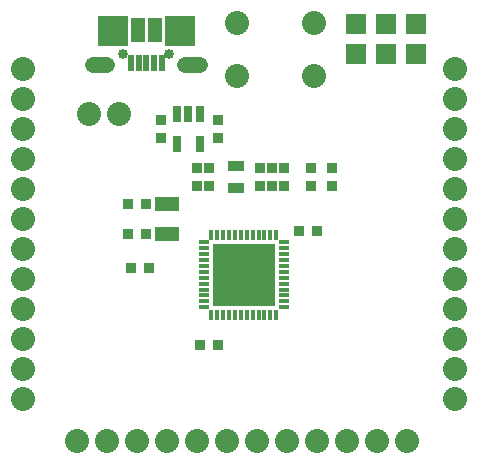
<source format=gts>
G75*
%MOIN*%
%OFA0B0*%
%FSLAX25Y25*%
%IPPOS*%
%LPD*%
%AMOC8*
5,1,8,0,0,1.08239X$1,22.5*
%
%ADD10R,0.03750X0.03750*%
%ADD11R,0.05324X0.03750*%
%ADD12R,0.20876X0.20876*%
%ADD13R,0.03356X0.01584*%
%ADD14R,0.01584X0.03356*%
%ADD15R,0.08080X0.04931*%
%ADD16R,0.02765X0.05324*%
%ADD17R,0.01969X0.05709*%
%ADD18R,0.04537X0.08474*%
%ADD19C,0.05324*%
%ADD20R,0.10443X0.10443*%
%ADD21C,0.03356*%
%ADD22C,0.08000*%
%ADD23R,0.06600X0.06600*%
D10*
X0080500Y0078500D03*
X0086500Y0078500D03*
X0063500Y0104000D03*
X0057500Y0104000D03*
X0056500Y0115500D03*
X0062500Y0115500D03*
X0062500Y0125500D03*
X0056500Y0125500D03*
X0067500Y0147500D03*
X0067500Y0153500D03*
X0079500Y0137500D03*
X0083500Y0137500D03*
X0083500Y0131500D03*
X0079500Y0131500D03*
X0086500Y0147500D03*
X0086500Y0153500D03*
X0100500Y0137500D03*
X0104500Y0137500D03*
X0108500Y0137500D03*
X0108500Y0131500D03*
X0104500Y0131500D03*
X0100500Y0131500D03*
X0113500Y0116500D03*
X0119500Y0116500D03*
X0117500Y0131500D03*
X0117500Y0137500D03*
X0124500Y0137500D03*
X0124500Y0131500D03*
D11*
X0092500Y0130957D03*
X0092500Y0138043D03*
D12*
X0094964Y0101893D03*
D13*
X0081579Y0100909D03*
X0081579Y0098941D03*
X0081579Y0096972D03*
X0081579Y0095004D03*
X0081579Y0093035D03*
X0081579Y0091067D03*
X0081579Y0102878D03*
X0081579Y0104846D03*
X0081579Y0106815D03*
X0081579Y0108783D03*
X0081579Y0110752D03*
X0081579Y0112720D03*
X0108350Y0112720D03*
X0108350Y0110752D03*
X0108350Y0108783D03*
X0108350Y0106815D03*
X0108350Y0104846D03*
X0108350Y0102878D03*
X0108350Y0100909D03*
X0108350Y0098941D03*
X0108350Y0096972D03*
X0108350Y0095004D03*
X0108350Y0093035D03*
X0108350Y0091067D03*
D14*
X0105791Y0088508D03*
X0103823Y0088508D03*
X0101854Y0088508D03*
X0099886Y0088508D03*
X0097917Y0088508D03*
X0095949Y0088508D03*
X0093980Y0088508D03*
X0092012Y0088508D03*
X0090043Y0088508D03*
X0088075Y0088508D03*
X0086106Y0088508D03*
X0084138Y0088508D03*
X0084138Y0115279D03*
X0086106Y0115279D03*
X0088075Y0115279D03*
X0090043Y0115279D03*
X0092012Y0115279D03*
X0093980Y0115279D03*
X0095949Y0115279D03*
X0097917Y0115279D03*
X0099886Y0115279D03*
X0101854Y0115279D03*
X0103823Y0115279D03*
X0105791Y0115279D03*
D15*
X0069500Y0115579D03*
X0069500Y0125421D03*
D16*
X0072760Y0145381D03*
X0080240Y0145381D03*
X0080240Y0155619D03*
X0076500Y0155619D03*
X0072760Y0155619D03*
D17*
X0067618Y0172449D03*
X0065059Y0172449D03*
X0062500Y0172449D03*
X0059941Y0172449D03*
X0057382Y0172449D03*
D18*
X0059547Y0183374D03*
X0065453Y0183374D03*
D19*
X0075492Y0171957D02*
X0080217Y0171957D01*
X0049508Y0171957D02*
X0044783Y0171957D01*
D20*
X0051400Y0182980D03*
X0073600Y0182980D03*
D21*
X0070177Y0175500D03*
X0054823Y0175500D03*
D22*
X0039500Y0046500D03*
X0049500Y0046500D03*
X0059500Y0046500D03*
X0069500Y0046500D03*
X0079500Y0046500D03*
X0089500Y0046500D03*
X0099500Y0046500D03*
X0109500Y0046500D03*
X0119500Y0046500D03*
X0129500Y0046500D03*
X0139500Y0046500D03*
X0149500Y0046500D03*
X0165500Y0060500D03*
X0165500Y0070500D03*
X0165500Y0080500D03*
X0165500Y0090500D03*
X0165500Y0100500D03*
X0165500Y0110500D03*
X0165500Y0120500D03*
X0165500Y0130500D03*
X0165500Y0140500D03*
X0165500Y0150500D03*
X0165500Y0160500D03*
X0165500Y0170500D03*
X0118300Y0168100D03*
X0118300Y0185900D03*
X0092700Y0185900D03*
X0092700Y0168100D03*
X0053500Y0155500D03*
X0043500Y0155500D03*
X0021500Y0150500D03*
X0021500Y0160500D03*
X0021500Y0170500D03*
X0021500Y0140500D03*
X0021500Y0130500D03*
X0021500Y0120500D03*
X0021500Y0110500D03*
X0021500Y0100500D03*
X0021500Y0090500D03*
X0021500Y0080500D03*
X0021500Y0070500D03*
X0021500Y0060500D03*
D23*
X0132500Y0175500D03*
X0132500Y0185500D03*
X0142500Y0185500D03*
X0142500Y0175500D03*
X0152500Y0175500D03*
X0152500Y0185500D03*
M02*

</source>
